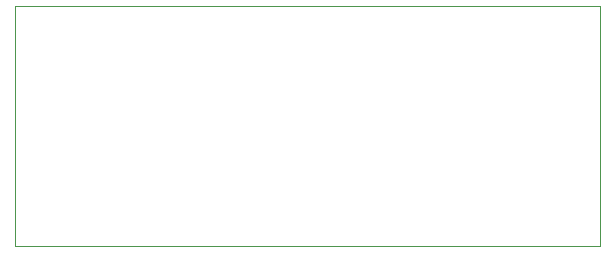
<source format=gm1>
G04 #@! TF.GenerationSoftware,KiCad,Pcbnew,7.0.1*
G04 #@! TF.CreationDate,2023-04-01T18:06:39+02:00*
G04 #@! TF.ProjectId,PMOD SPI Memory,504d4f44-2053-4504-9920-4d656d6f7279,V1.0*
G04 #@! TF.SameCoordinates,Original*
G04 #@! TF.FileFunction,Profile,NP*
%FSLAX46Y46*%
G04 Gerber Fmt 4.6, Leading zero omitted, Abs format (unit mm)*
G04 Created by KiCad (PCBNEW 7.0.1) date 2023-04-01 18:06:39*
%MOMM*%
%LPD*%
G01*
G04 APERTURE LIST*
G04 #@! TA.AperFunction,Profile*
%ADD10C,0.100000*%
G04 #@! TD*
G04 APERTURE END LIST*
D10*
X147320000Y-118110000D02*
X147320000Y-97790000D01*
X147320000Y-97790000D02*
X97790000Y-97790000D01*
X97790000Y-97790000D02*
X97790000Y-118110000D01*
X97790000Y-118110000D02*
X147320000Y-118110000D01*
M02*

</source>
